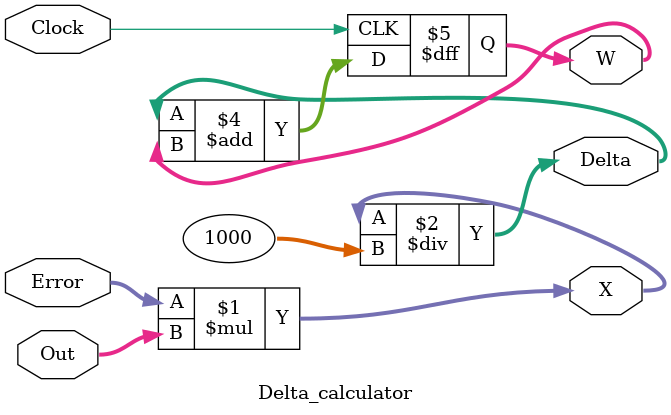
<source format=v>
module Delta_calculator(Error,Out,Delta,X,W,Clock);
input Clock;

input signed [31:0] Error ;
input signed [31:0] Out;

output signed [31:0] Delta;
output reg  signed  [31:0]W; 


output signed [31:0] X;
wire signed [31:0] Y;

assign X= Error*Out;
assign Delta = X/1000;
always @ (negedge Clock)
	W=Delta+W;

endmodule



</source>
